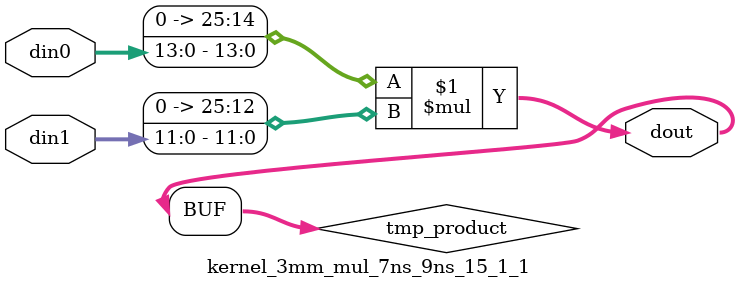
<source format=v>
 module kernel_3mm_mul_7ns_9ns_15_1_1(din0, din1, dout); 
parameter ID = 1;
parameter NUM_STAGE = 0;
parameter din0_WIDTH = 14;
parameter din1_WIDTH = 12;
parameter dout_WIDTH = 26;
input [din0_WIDTH - 1 : 0] din0; 
input [din1_WIDTH - 1 : 0] din1; 
output [dout_WIDTH - 1 : 0] dout;
wire signed [dout_WIDTH - 1 : 0] tmp_product;
assign tmp_product = $signed({1'b0, din0}) * $signed({1'b0, din1});
assign dout = tmp_product;
endmodule
</source>
